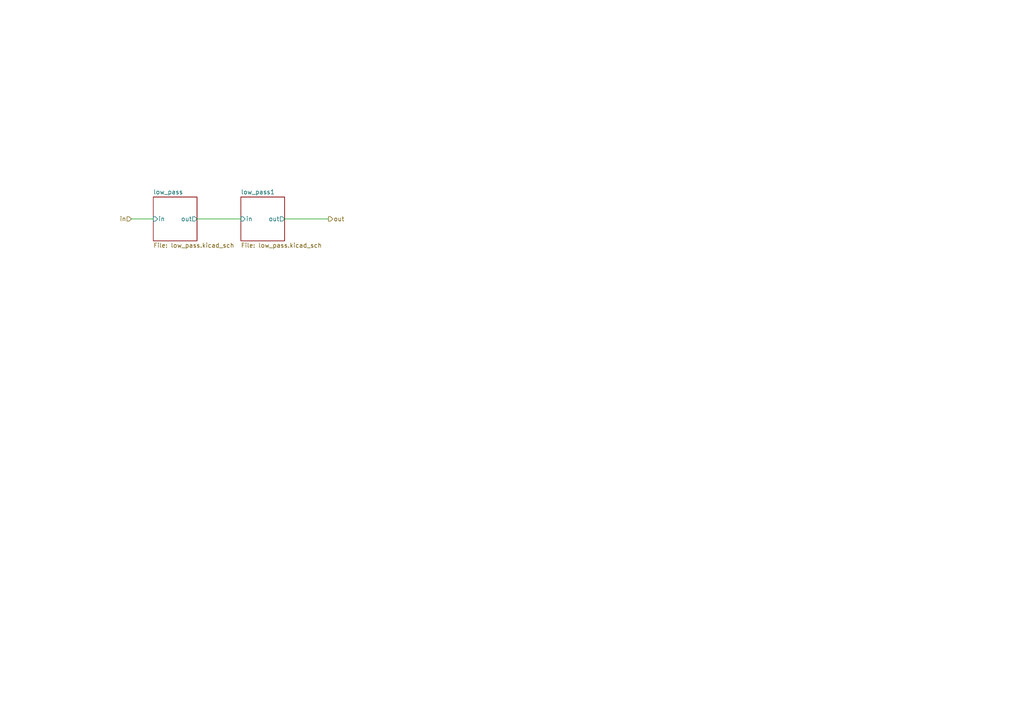
<source format=kicad_sch>
(kicad_sch
	(version 20231120)
	(generator "eeschema")
	(generator_version "7.99")
	(uuid "860228ff-27ec-4e54-8fdf-8687145181e5")
	(paper "A4")
	(lib_symbols)
	(wire
		(pts
			(xy 82.55 63.5) (xy 95.25 63.5)
		)
		(stroke
			(width 0)
			(type default)
		)
		(uuid "62cf5b29-2ec2-43c9-b1f1-bb2df6b67437")
	)
	(wire
		(pts
			(xy 57.15 63.5) (xy 69.85 63.5)
		)
		(stroke
			(width 0)
			(type default)
		)
		(uuid "68114881-673b-448e-8324-d2c5e9ae8dfc")
	)
	(wire
		(pts
			(xy 38.1 63.5) (xy 44.45 63.5)
		)
		(stroke
			(width 0)
			(type default)
		)
		(uuid "e597dc8d-5aae-4df3-bec2-532e5e59d37f")
	)
	(hierarchical_label "in"
		(shape input)
		(at 38.1 63.5 180)
		(fields_autoplaced yes)
		(effects
			(font
				(size 1.27 1.27)
			)
			(justify right)
		)
		(uuid "19359094-d5c7-4ee8-bc6f-fc6ad6fd7829")
	)
	(hierarchical_label "out"
		(shape output)
		(at 95.25 63.5 0)
		(fields_autoplaced yes)
		(effects
			(font
				(size 1.27 1.27)
			)
			(justify left)
		)
		(uuid "f1fbb852-9255-4ce9-a6c9-4eccca281fc1")
	)
	(sheet
		(at 69.85 57.15)
		(size 12.7 12.7)
		(fields_autoplaced yes)
		(stroke
			(width 0.1524)
			(type solid)
		)
		(fill
			(color 0 0 0 0.0000)
		)
		(uuid "5373f2bb-9d53-4847-a6f8-a066e3ee75b5")
		(property "Sheetname" "low_pass1"
			(at 69.85 56.4384 0)
			(effects
				(font
					(size 1.27 1.27)
				)
				(justify left bottom)
			)
		)
		(property "Sheetfile" "low_pass.kicad_sch"
			(at 69.85 70.4346 0)
			(effects
				(font
					(size 1.27 1.27)
				)
				(justify left top)
			)
		)
		(pin "out" output
			(at 82.55 63.5 0)
			(effects
				(font
					(size 1.27 1.27)
				)
				(justify right)
			)
			(uuid "cd960e72-6b7f-4a77-a01e-4a7d4751aa22")
		)
		(pin "in" input
			(at 69.85 63.5 180)
			(effects
				(font
					(size 1.27 1.27)
				)
				(justify left)
			)
			(uuid "f3f0ee33-6656-4efd-9d0a-60b540f342e6")
		)
		(instances
			(project "replicate_layout_test_project"
				(path "/f74f526d-8f11-48ad-9d53-7c2f3f9650e8/4ca1ab63-9c14-412d-87f4-6aa38cef6e23"
					(page "4")
				)
			)
		)
	)
	(sheet
		(at 44.45 57.15)
		(size 12.7 12.7)
		(fields_autoplaced yes)
		(stroke
			(width 0.1524)
			(type solid)
		)
		(fill
			(color 0 0 0 0.0000)
		)
		(uuid "76ec9d82-785d-40b9-8c12-2a92b321b773")
		(property "Sheetname" "low_pass"
			(at 44.45 56.4384 0)
			(effects
				(font
					(size 1.27 1.27)
				)
				(justify left bottom)
			)
		)
		(property "Sheetfile" "low_pass.kicad_sch"
			(at 44.45 70.4346 0)
			(effects
				(font
					(size 1.27 1.27)
				)
				(justify left top)
			)
		)
		(pin "out" output
			(at 57.15 63.5 0)
			(effects
				(font
					(size 1.27 1.27)
				)
				(justify right)
			)
			(uuid "179adb92-0913-4cc8-88ef-e2cae74fb1da")
		)
		(pin "in" input
			(at 44.45 63.5 180)
			(effects
				(font
					(size 1.27 1.27)
				)
				(justify left)
			)
			(uuid "c04d32c6-d9ba-41e5-8fd3-165d457109c2")
		)
	)
)
</source>
